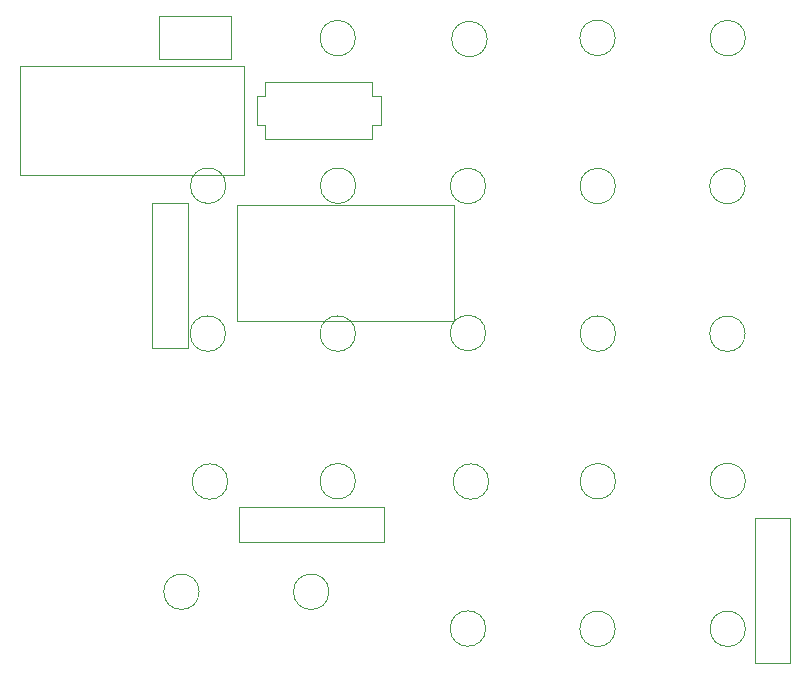
<source format=gbr>
G04 #@! TF.GenerationSoftware,KiCad,Pcbnew,(5.0.2)-1*
G04 #@! TF.CreationDate,2019-03-30T17:50:24-04:00*
G04 #@! TF.ProjectId,po_midi_adapter,706f5f6d-6964-4695-9f61-646170746572,rev?*
G04 #@! TF.SameCoordinates,PXa2393f8PY7537788*
G04 #@! TF.FileFunction,Other,User*
%FSLAX46Y46*%
G04 Gerber Fmt 4.6, Leading zero omitted, Abs format (unit mm)*
G04 Created by KiCad (PCBNEW (5.0.2)-1) date 2019-03-30 5:50:24 PM*
%MOMM*%
%LPD*%
G01*
G04 APERTURE LIST*
%ADD10C,0.050000*%
G04 APERTURE END LIST*
D10*
G04 #@! TO.C,J28*
X-27887800Y46456600D02*
G75*
G03X-27887800Y46456600I-1500000J0D01*
G01*
G04 #@! TO.C,J27*
X-41159300Y12103100D02*
G75*
G03X-41159300Y12103100I-1500000J0D01*
G01*
G04 #@! TO.C,J26*
X-52144800Y12103100D02*
G75*
G03X-52144800Y12103100I-1500000J0D01*
G01*
G04 #@! TO.C,J25*
X-38911400Y58978800D02*
G75*
G03X-38911400Y58978800I-1500000J0D01*
G01*
G04 #@! TO.C,J24*
X-49884200Y46482000D02*
G75*
G03X-49884200Y46482000I-1500000J0D01*
G01*
G04 #@! TO.C,J23*
X-49909600Y33959800D02*
G75*
G03X-49909600Y33959800I-1500000J0D01*
G01*
G04 #@! TO.C,J22*
X-38911400Y21463000D02*
G75*
G03X-38911400Y21463000I-1500000J0D01*
G01*
G04 #@! TO.C,J21*
X-27887800Y8991600D02*
G75*
G03X-27887800Y8991600I-1500000J0D01*
G01*
G04 #@! TO.C,J20*
X-16915000Y8966200D02*
G75*
G03X-16915000Y8966200I-1500000J0D01*
G01*
G04 #@! TO.C,J19*
X-5891400Y8966200D02*
G75*
G03X-5891400Y8966200I-1500000J0D01*
G01*
G04 #@! TO.C,J17*
X-5891400Y58978800D02*
G75*
G03X-5891400Y58978800I-1500000J0D01*
G01*
G04 #@! TO.C,J16*
X-16915000Y59004200D02*
G75*
G03X-16915000Y59004200I-1500000J0D01*
G01*
G04 #@! TO.C,J14*
X-38886000Y46482000D02*
G75*
G03X-38886000Y46482000I-1500000J0D01*
G01*
G04 #@! TO.C,J13*
X-16902300Y46456600D02*
G75*
G03X-16902300Y46456600I-1500000J0D01*
G01*
G04 #@! TO.C,J12*
X-5916800Y46456600D02*
G75*
G03X-5916800Y46456600I-1500000J0D01*
G01*
G04 #@! TO.C,J11*
X-38911400Y33959800D02*
G75*
G03X-38911400Y33959800I-1500000J0D01*
G01*
G04 #@! TO.C,J10*
X-27887800Y34010600D02*
G75*
G03X-27887800Y34010600I-1500000J0D01*
G01*
G04 #@! TO.C,J9*
X-16889600Y33959800D02*
G75*
G03X-16889600Y33959800I-1500000J0D01*
G01*
G04 #@! TO.C,J8*
X-5916800Y33947100D02*
G75*
G03X-5916800Y33947100I-1500000J0D01*
G01*
G04 #@! TO.C,J6*
X-5891400Y21488400D02*
G75*
G03X-5891400Y21488400I-1500000J0D01*
G01*
G04 #@! TO.C,J5*
X-16889600Y21463000D02*
G75*
G03X-16889600Y21463000I-1500000J0D01*
G01*
G04 #@! TO.C,J18*
X-49431800Y57229600D02*
X-49431800Y60829600D01*
X-55581800Y57229600D02*
X-49431800Y57229600D01*
X-55581800Y60829600D02*
X-55581800Y57229600D01*
X-49431800Y60829600D02*
X-55581800Y60829600D01*
G04 #@! TO.C,J4*
X-27633800Y21437600D02*
G75*
G03X-27633800Y21437600I-1500000J0D01*
G01*
G04 #@! TO.C,J7*
X-27760800Y58902600D02*
G75*
G03X-27760800Y58902600I-1500000J0D01*
G01*
G04 #@! TO.C,J15*
X-49731800Y21437600D02*
G75*
G03X-49731800Y21437600I-1500000J0D01*
G01*
G04 #@! TO.C,R2*
X-36491200Y19280000D02*
X-48751200Y19280000D01*
X-36491200Y16280000D02*
X-36491200Y19280000D01*
X-48751200Y16280000D02*
X-36491200Y16280000D01*
X-48751200Y19280000D02*
X-48751200Y16280000D01*
G04 #@! TO.C,R3*
X-56110000Y32782800D02*
X-53110000Y32782800D01*
X-53110000Y32782800D02*
X-53110000Y45042800D01*
X-53110000Y45042800D02*
X-56110000Y45042800D01*
X-56110000Y45042800D02*
X-56110000Y32782800D01*
G04 #@! TO.C,R4*
X-5081400Y6112800D02*
X-2081400Y6112800D01*
X-2081400Y6112800D02*
X-2081400Y18372800D01*
X-2081400Y18372800D02*
X-5081400Y18372800D01*
X-5081400Y18372800D02*
X-5081400Y6112800D01*
G04 #@! TO.C,S1*
X-47287000Y54107400D02*
X-46587000Y54107400D01*
X-47287000Y51607400D02*
X-47287000Y54107400D01*
X-46587000Y51607400D02*
X-47287000Y51607400D01*
X-46587000Y50457400D02*
X-46587000Y51607400D01*
X-37487000Y50457400D02*
X-46587000Y50457400D01*
X-37487000Y51607400D02*
X-37487000Y50457400D01*
X-36787000Y51607400D02*
X-37487000Y51607400D01*
X-36787000Y54107400D02*
X-36787000Y51607400D01*
X-37487000Y54107400D02*
X-36787000Y54107400D01*
X-37487000Y55257400D02*
X-37487000Y54107400D01*
X-46587000Y55257400D02*
X-37487000Y55257400D01*
X-46587000Y54107400D02*
X-46587000Y55257400D01*
G04 #@! TO.C,U2*
X-30606400Y44838800D02*
X-48956400Y44838800D01*
X-48956400Y44838800D02*
X-48956400Y35038800D01*
X-48956400Y35038800D02*
X-30606400Y35038800D01*
X-30606400Y35038800D02*
X-30606400Y44838800D01*
G04 #@! TO.C,J1*
X-67345800Y47392200D02*
X-48345800Y47392200D01*
X-48345800Y47392200D02*
X-48345800Y56592200D01*
X-48345800Y56592200D02*
X-67345800Y56592200D01*
X-67345800Y56592200D02*
X-67345800Y47392200D01*
G04 #@! TD*
M02*

</source>
